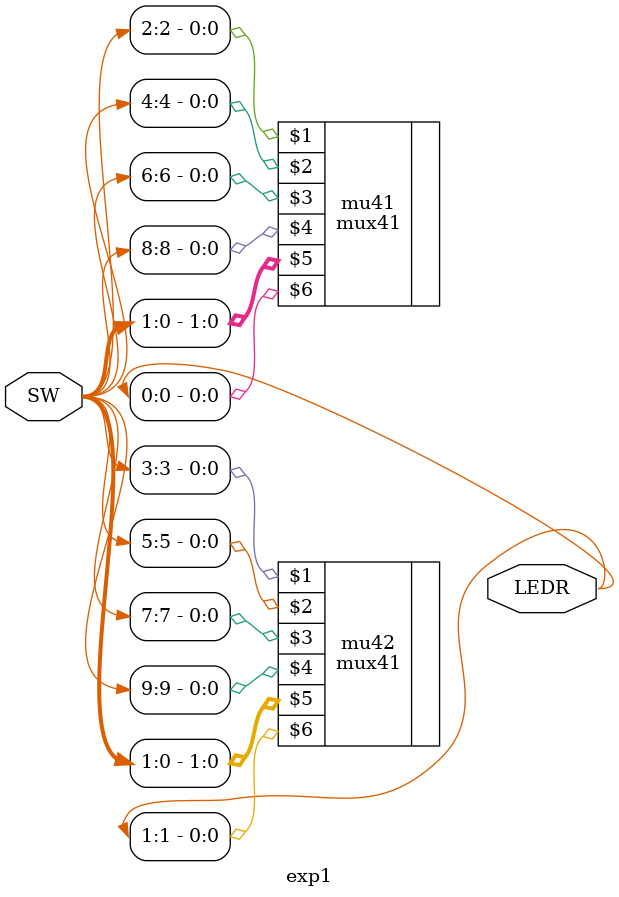
<source format=v>


module exp1(

	//////////// SW //////////
	input 		     [9:0]		SW,

	//////////// LED //////////
	output		     [9:0]		LEDR
);



//=======================================================
//  REG/WIRE declarations
//=======================================================


mux41 mu41(SW[2],SW[4],SW[6],SW[8],SW[1:0],LEDR[0]);
mux41 mu42(SW[3],SW[5],SW[7],SW[9],SW[1:0],LEDR[1]);

//=======================================================
//  Structural coding
//=======================================================



endmodule

</source>
